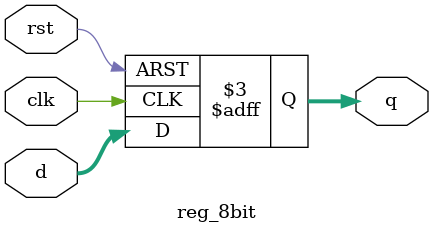
<source format=v>
`timescale 1ns / 1ps

module reg_8bit(
    input [7:0] d,
    input clk,
    input rst,
    output reg [7:0] q
    );
    always @(posedge clk or negedge rst)
        if( !rst)
            q <= 8'b00000000;
        else
            q <= d;
endmodule

</source>
